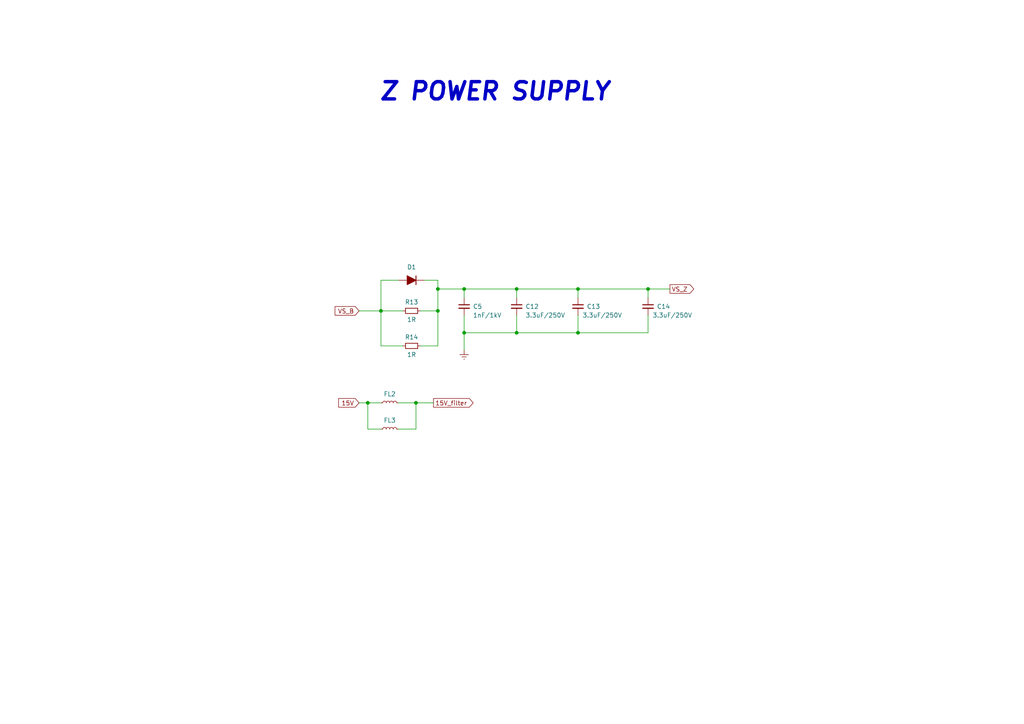
<source format=kicad_sch>
(kicad_sch (version 20231120) (generator "eeschema") (generator_version "8.0")
  (paper "A4")
  (title_block (title "X BOARD LG PLASMA TV PANEL") (date "2025-04-03") (rev "1.0") (comment 1 "Author: Fábio Pereira da Silva") (comment 2 "Z POWER SUPPLY"))
  (lib_symbols
    (symbol "Device:C_Small" (pin_numbers hide) (pin_names (offset 0.254) hide)
      (property "Reference" "C" (at 0.254 1.778 0))
      (property "Value" "C_Small" (at 0.254 -2.032 0))
      (symbol "C_Small_0_1"
        (polyline (pts (xy -1.524 -0.508) (xy 1.524 -0.508)) (stroke (width 0.3302)))
        (polyline (pts (xy -1.524 0.508) (xy 1.524 0.508)) (stroke (width 0.3048)))
      )
      (symbol "C_Small_1_1"
        (pin passive line (at 0 2.54 270) (length 2.032) (name "~") (number "1"))
        (pin passive line (at 0 -2.54 90) (length 2.032) (name "~") (number "2"))
      )
    )
    (symbol "Device:D_Filled" (pin_numbers hide) (pin_names (offset 1.016) hide)
      (property "Reference" "D" (at 0 2.54 0))
      (property "Value" "D_Filled" (at 0 -2.54 0))
      (symbol "D_Filled_0_1"
        (polyline (pts (xy -1.27 1.27) (xy -1.27 -1.27)) (stroke (width 0.254)))
        (polyline (pts (xy 1.27 0) (xy -1.27 0)))
        (polyline (pts (xy 1.27 1.27) (xy 1.27 -1.27) (xy -1.27 0) (xy 1.27 1.27)) (stroke (width 0.254)) (fill (type outline)))
      )
      (symbol "D_Filled_1_1"
        (pin passive line (at -3.81 0 0) (length 2.54) (name "K") (number "1"))
        (pin passive line (at 3.81 0 180) (length 2.54) (name "A") (number "2"))
      )
    )
    (symbol "Device:L_Small" (pin_numbers hide) (pin_names (offset 0.254) hide)
      (property "Reference" "L" (at 0.762 1.016 0))
      (property "Value" "L_Small" (at 0.762 -1.016 0))
      (symbol "L_Small_0_1"
        (arc (start 0 -2.032) (mid 0.5058 -1.524) (end 0 -1.016))
        (arc (start 0 -1.016) (mid 0.5058 -0.508) (end 0 0))
        (arc (start 0 0) (mid 0.5058 0.508) (end 0 1.016))
        (arc (start 0 1.016) (mid 0.5058 1.524) (end 0 2.032))
      )
      (symbol "L_Small_1_1"
        (pin passive line (at 0 2.54 270) (length 0.508) (name "~") (number "1"))
        (pin passive line (at 0 -2.54 90) (length 0.508) (name "~") (number "2"))
      )
    )
    (symbol "Device:R_Small" (pin_numbers hide) (pin_names (offset 0.254) hide)
      (property "Reference" "R" (at 0.762 0.508 0))
      (property "Value" "R_Small" (at 0.762 -1.016 0))
      (symbol "R_Small_0_1"
        (rectangle (start -0.762 1.778) (end 0.762 -1.778) (stroke (width 0.2032)))
      )
      (symbol "R_Small_1_1"
        (pin passive line (at 0 2.54 270) (length 0.762) (name "~") (number "1"))
        (pin passive line (at 0 -2.54 90) (length 0.762) (name "~") (number "2"))
      )
    )
    (symbol "power:Earth" (power) (pin_numbers hide) (pin_names (offset 0) hide)
      (property "Value" "Earth" (at 0 -3.81 0))
      (symbol "Earth_0_1"
        (polyline (pts (xy -0.635 -1.905) (xy 0.635 -1.905)))
        (polyline (pts (xy -0.127 -2.54) (xy 0.127 -2.54)))
        (polyline (pts (xy 0 -1.27) (xy 0 0)))
        (polyline (pts (xy 1.27 -1.27) (xy -1.27 -1.27)))
      )
      (symbol "Earth_1_1"
        (pin power_in line (at 0 0 270) (length 0) (name "~") (number "1"))
      )
    )
  )
  (junction (at 149.86 96.52))
  (junction (at 110.49 90.17))
  (junction (at 187.96 83.82))
  (junction (at 149.86 83.82))
  (junction (at 167.64 83.82))
  (junction (at 120.65 116.84))
  (junction (at 106.68 116.84))
  (junction (at 134.62 96.52))
  (junction (at 127 90.17))
  (junction (at 134.62 83.82))
  (junction (at 167.64 96.52))
  (junction (at 127 83.82))
  (wire (pts (xy 127 100.33) (xy 121.92 100.33)))
  (wire (pts (xy 167.64 91.44) (xy 167.64 96.52)))
  (wire (pts (xy 187.96 83.82) (xy 194.31 83.82)))
  (wire (pts (xy 120.65 116.84) (xy 120.65 124.46)))
  (wire (pts (xy 120.65 124.46) (xy 115.57 124.46)))
  (wire (pts (xy 116.84 100.33) (xy 110.49 100.33)))
  (wire (pts (xy 149.86 86.36) (xy 149.86 83.82)))
  (wire (pts (xy 134.62 83.82) (xy 127 83.82)))
  (wire (pts (xy 115.57 81.28) (xy 110.49 81.28)))
  (wire (pts (xy 187.96 91.44) (xy 187.96 96.52)))
  (wire (pts (xy 167.64 86.36) (xy 167.64 83.82)))
  (wire (pts (xy 106.68 116.84) (xy 110.49 116.84)))
  (wire (pts (xy 134.62 91.44) (xy 134.62 96.52)))
  (wire (pts (xy 167.64 83.82) (xy 187.96 83.82)))
  (wire (pts (xy 149.86 83.82) (xy 134.62 83.82)))
  (wire (pts (xy 120.65 116.84) (xy 125.73 116.84)))
  (wire (pts (xy 110.49 124.46) (xy 106.68 124.46)))
  (wire (pts (xy 106.68 124.46) (xy 106.68 116.84)))
  (wire (pts (xy 134.62 96.52) (xy 134.62 101.6)))
  (wire (pts (xy 187.96 96.52) (xy 167.64 96.52)))
  (wire (pts (xy 123.19 81.28) (xy 127 81.28)))
  (wire (pts (xy 134.62 86.36) (xy 134.62 83.82)))
  (wire (pts (xy 110.49 90.17) (xy 116.84 90.17)))
  (wire (pts (xy 110.49 90.17) (xy 110.49 100.33)))
  (wire (pts (xy 149.86 91.44) (xy 149.86 96.52)))
  (wire (pts (xy 127 90.17) (xy 127 100.33)))
  (wire (pts (xy 121.92 90.17) (xy 127 90.17)))
  (wire (pts (xy 187.96 86.36) (xy 187.96 83.82)))
  (wire (pts (xy 104.14 116.84) (xy 106.68 116.84)))
  (wire (pts (xy 104.14 90.17) (xy 110.49 90.17)))
  (wire (pts (xy 110.49 81.28) (xy 110.49 90.17)))
  (wire (pts (xy 127 81.28) (xy 127 83.82)))
  (wire (pts (xy 134.62 96.52) (xy 149.86 96.52)))
  (wire (pts (xy 115.57 116.84) (xy 120.65 116.84)))
  (wire (pts (xy 149.86 83.82) (xy 167.64 83.82)))
  (wire (pts (xy 127 83.82) (xy 127 90.17)))
  (wire (pts (xy 149.86 96.52) (xy 167.64 96.52)))
  (text "Z POWER SUPPLY" (at 143.51 26.67 0) (effects (font (size 5 5) (thickness 1) (bold yes) (italic yes))))
  (global_label "15V" (shape input) (at 104.14 116.84 180) (property "Intersheetrefs" "${INTERSHEET_REFS}" (effects (hide yes))))
  (global_label "VS_Z" (shape output) (at 194.31 83.82 0) (property "Intersheetrefs" "${INTERSHEET_REFS}" (effects (hide yes))))
  (global_label "15V_filter" (shape output) (at 125.73 116.84 0) (property "Intersheetrefs" "${INTERSHEET_REFS}" (effects (hide yes))))
  (global_label "VS_B" (shape input) (at 104.14 90.17 180) (property "Intersheetrefs" "${INTERSHEET_REFS}" (effects (hide yes))))
  (symbol (lib_id "Device:C_Small") (at 187.96 88.9 0) (unit 1)
    (property "Reference" "C14" (at 190.5 88.9062 0) (effects (justify left)))
    (property "Value" "3.3uF/250V" (at 189.23 91.44 0) (effects (justify left)))
    (property "Description" "Unpolarized capacitor, small symbol" (effects (hide yes)))
  )
  (symbol (lib_id "power:Earth") (at 134.62 101.6 0) (unit 1)
    (property "Reference" "#PWR1" (effects (hide yes)))
    (property "Value" "Earth" (effects (hide yes)))
    (property "Description" "Power symbol creates a global label with name \"Earth\"" (effects (hide yes)))
  )
  (symbol (lib_id "Device:R_Small") (at 119.38 100.33 90) (unit 1)
    (property "Reference" "R14" (at 119.38 97.79 90))
    (property "Value" "1R" (at 119.38 102.87 90))
    (property "Description" "Resistor, small symbol" (effects (hide yes)))
  )
  (symbol (lib_id "Device:D_Filled") (at 119.38 81.28 0) (mirror y) (unit 1)
    (property "Reference" "D1" (at 119.38 77.47 0))
    (property "Value" "D_Filled" (effects (hide yes)))
    (property "Description" "Diode, filled shape" (effects (hide yes)))
    (property "Sim.Device" "D" (effects (hide yes)))
    (property "Sim.Pins" "1=K 2=A" (effects (hide yes)))
  )
  (symbol (lib_id "Device:L_Small") (at 113.03 124.46 90) (unit 1)
    (property "Reference" "FL3" (at 113.03 121.92 90))
    (property "Value" "L_Small" (effects (hide yes)))
    (property "Description" "Inductor, small symbol" (effects (hide yes)))
  )
  (symbol (lib_id "Device:C_Small") (at 134.62 88.9 0) (unit 1)
    (property "Reference" "C5" (at 137.16 88.9062 0) (effects (justify left)))
    (property "Value" "1nF/1kV" (at 137.16 91.44 0) (effects (justify left)))
    (property "Description" "Unpolarized capacitor, small symbol" (effects (hide yes)))
  )
  (symbol (lib_id "Device:L_Small") (at 113.03 116.84 90) (unit 1)
    (property "Reference" "FL2" (at 113.03 114.3 90))
    (property "Value" "L_Small" (effects (hide yes)))
    (property "Description" "Inductor, small symbol" (effects (hide yes)))
  )
  (symbol (lib_id "Device:C_Small") (at 149.86 88.9 0) (unit 1)
    (property "Reference" "C12" (at 152.4 88.9062 0) (effects (justify left)))
    (property "Value" "3.3uF/250V" (at 152.4 91.44 0) (effects (justify left)))
    (property "Description" "Unpolarized capacitor, small symbol" (effects (hide yes)))
  )
  (symbol (lib_id "Device:C_Small") (at 167.64 88.9 0) (unit 1)
    (property "Reference" "C13" (at 170.18 88.9062 0) (effects (justify left)))
    (property "Value" "3.3uF/250V" (at 168.91 91.44 0) (effects (justify left)))
    (property "Description" "Unpolarized capacitor, small symbol" (effects (hide yes)))
  )
  (symbol (lib_id "Device:R_Small") (at 119.38 90.17 90) (unit 1)
    (property "Reference" "R13" (at 119.38 87.63 90))
    (property "Value" "1R" (at 119.38 92.71 90))
    (property "Description" "Resistor, small symbol" (effects (hide yes)))
  )
)
</source>
